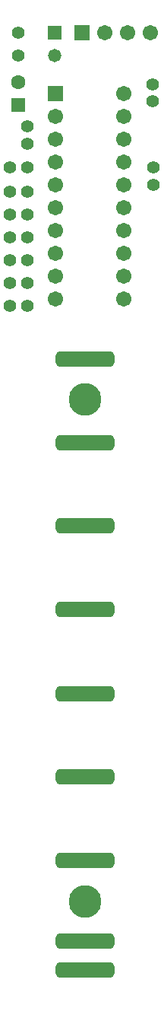
<source format=gbs>
G04 Layer_Color=16711935*
%FSLAX25Y25*%
%MOIN*%
G70*
G01*
G75*
%ADD20C,0.14300*%
%ADD26C,0.06750*%
%ADD27R,0.06750X0.06750*%
G04:AMPARAMS|DCode=28|XSize=63.12mil|YSize=63.12mil|CornerRadius=10.89mil|HoleSize=0mil|Usage=FLASHONLY|Rotation=270.000|XOffset=0mil|YOffset=0mil|HoleType=Round|Shape=RoundedRectangle|*
%AMROUNDEDRECTD28*
21,1,0.06312,0.04134,0,0,270.0*
21,1,0.04134,0.06312,0,0,270.0*
1,1,0.02178,-0.02067,-0.02067*
1,1,0.02178,-0.02067,0.02067*
1,1,0.02178,0.02067,0.02067*
1,1,0.02178,0.02067,-0.02067*
%
%ADD28ROUNDEDRECTD28*%
%ADD29C,0.05800*%
%ADD30C,0.05524*%
%ADD31C,0.06706*%
%ADD32R,0.06706X0.06706*%
%ADD33C,0.06312*%
G04:AMPARAMS|DCode=34|XSize=258mil|YSize=68mil|CornerRadius=19mil|HoleSize=0mil|Usage=FLASHONLY|Rotation=0.000|XOffset=0mil|YOffset=0mil|HoleType=Round|Shape=RoundedRectangle|*
%AMROUNDEDRECTD34*
21,1,0.25800,0.03000,0,0,0.0*
21,1,0.22000,0.06800,0,0,0.0*
1,1,0.03800,0.11000,-0.01500*
1,1,0.03800,-0.11000,-0.01500*
1,1,0.03800,-0.11000,0.01500*
1,1,0.03800,0.11000,0.01500*
%
%ADD34ROUNDEDRECTD34*%
D20*
X250000Y540000D02*
D03*
Y320000D02*
D03*
D26*
X278500Y700500D02*
D03*
X268500D02*
D03*
X258500D02*
D03*
D27*
X248500D02*
D03*
D28*
X236500D02*
D03*
X220500Y669000D02*
D03*
D29*
X236500Y690500D02*
D03*
D30*
X280000Y641500D02*
D03*
Y634000D02*
D03*
X217000Y641500D02*
D03*
X224500D02*
D03*
X217000Y581000D02*
D03*
X224500D02*
D03*
X217000Y611000D02*
D03*
X224500D02*
D03*
X217000Y621000D02*
D03*
X224500D02*
D03*
X217000Y631000D02*
D03*
X224500D02*
D03*
X217000Y601000D02*
D03*
X224500D02*
D03*
X217000Y591000D02*
D03*
X224500D02*
D03*
Y652000D02*
D03*
Y659500D02*
D03*
X279500Y678000D02*
D03*
Y670500D02*
D03*
X220500Y690500D02*
D03*
Y700500D02*
D03*
D31*
X267000Y604000D02*
D03*
Y614000D02*
D03*
Y624000D02*
D03*
Y634000D02*
D03*
Y644000D02*
D03*
Y654000D02*
D03*
Y664000D02*
D03*
Y674000D02*
D03*
X237000Y664000D02*
D03*
Y654000D02*
D03*
Y644000D02*
D03*
Y634000D02*
D03*
Y624000D02*
D03*
Y614000D02*
D03*
Y604000D02*
D03*
X267000Y594000D02*
D03*
X237000D02*
D03*
X267000Y584000D02*
D03*
X237000D02*
D03*
D32*
Y674000D02*
D03*
D33*
X220500Y679000D02*
D03*
D34*
X250000Y557500D02*
D03*
Y521000D02*
D03*
Y484500D02*
D03*
Y448000D02*
D03*
Y411000D02*
D03*
Y374500D02*
D03*
Y338000D02*
D03*
Y302500D02*
D03*
Y290000D02*
D03*
M02*

</source>
